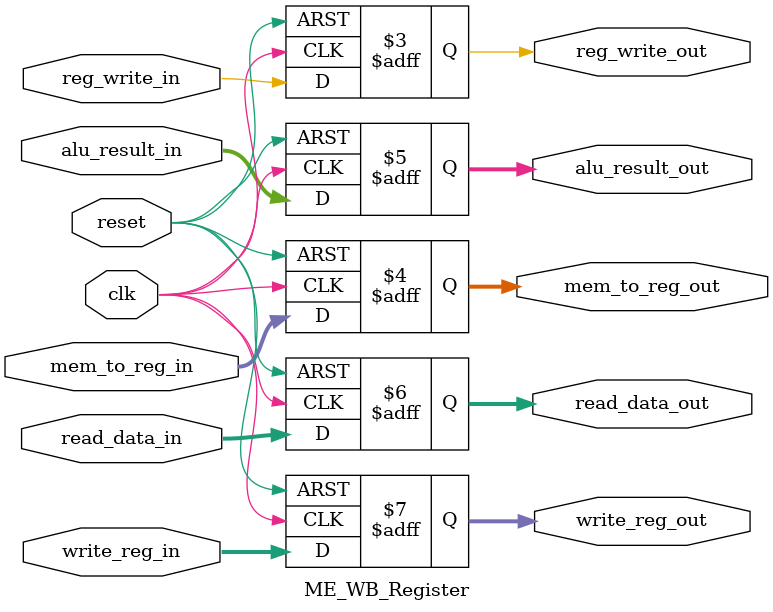
<source format=v>
/******************************************************************
 * Description
 *  This is the Memory to Write Back Register
 *  1.0
 * Author:
 *  Alejandro Rios Jasso
 *  Javier Ochoa Pardo
 * email:
 *  is708932@iteso.mx
 *  is702811@iteso.mx
 * Date:
 *  21/04/2019
 ******************************************************************/
module ME_WB_Register (input clk,
                       input reset,
                       input reg_write_in,
                       input [1:0] mem_to_reg_in,
                       input [31:0] alu_result_in,
                       input [31:0] read_data_in,
                       input [4:0] write_reg_in,
                       output reg reg_write_out,
                       output reg [1:0] mem_to_reg_out,
                       output reg [31:0] alu_result_out,
                       output reg [31:0] read_data_out,
                       output reg [4:0] write_reg_out);
    
    always@(negedge reset or posedge clk) begin
        if (reset == 0) begin
            reg_write_out  <= 0;
            mem_to_reg_out <= 0;
            alu_result_out <= 0;
            read_data_out  <= 0;
            write_reg_out  <= 0;
        end
        else begin
            reg_write_out  <= reg_write_in;
            mem_to_reg_out <= mem_to_reg_in;
            alu_result_out <= alu_result_in;
            read_data_out  <= read_data_in;
            write_reg_out  <= write_reg_in;
        end
    end
    
endmodule

</source>
